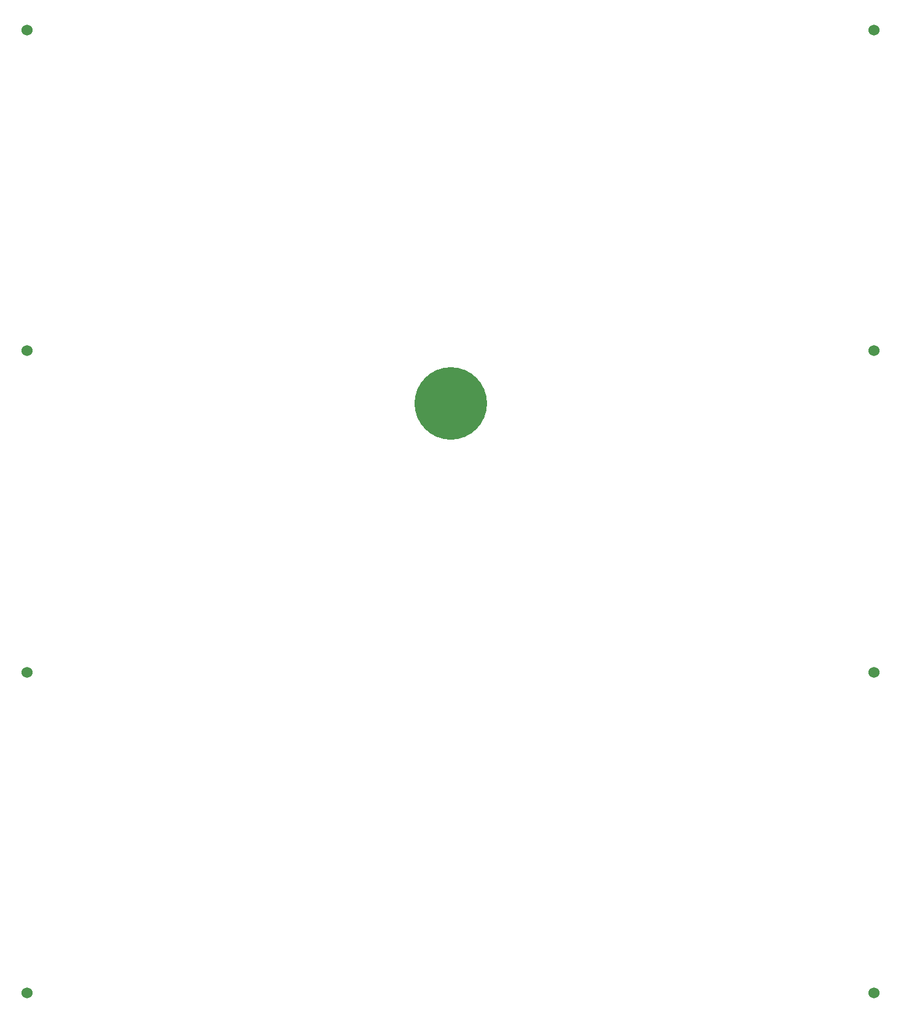
<source format=gtl>
G04 Layer_Physical_Order=1*
G04 Layer_Color=25308*
%FSLAX25Y25*%
%MOIN*%
G70*
G01*
G75*
%ADD10C,0.06000*%
%ADD11C,0.39370*%
D10*
X124409Y147638D02*
D03*
Y321654D02*
D03*
Y670472D02*
D03*
Y496457D02*
D03*
X584252D02*
D03*
Y670472D02*
D03*
Y321654D02*
D03*
Y147638D02*
D03*
D11*
X354331Y467717D02*
D03*
M02*

</source>
